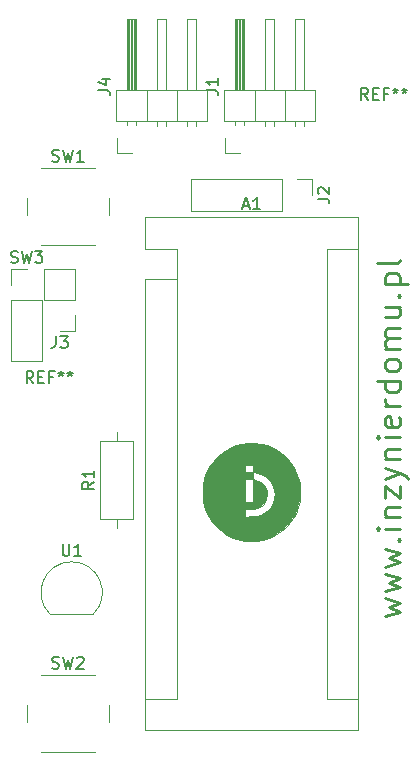
<source format=gbr>
G04 #@! TF.GenerationSoftware,KiCad,Pcbnew,(5.1.5)-3*
G04 #@! TF.CreationDate,2021-01-15T17:36:30+01:00*
G04 #@! TF.ProjectId,pHmeter,70486d65-7465-4722-9e6b-696361645f70,rev?*
G04 #@! TF.SameCoordinates,Original*
G04 #@! TF.FileFunction,Legend,Top*
G04 #@! TF.FilePolarity,Positive*
%FSLAX46Y46*%
G04 Gerber Fmt 4.6, Leading zero omitted, Abs format (unit mm)*
G04 Created by KiCad (PCBNEW (5.1.5)-3) date 2021-01-15 17:36:30*
%MOMM*%
%LPD*%
G04 APERTURE LIST*
%ADD10C,0.250000*%
%ADD11C,0.120000*%
%ADD12C,0.010000*%
%ADD13C,0.150000*%
G04 APERTURE END LIST*
D10*
X69675428Y-85199238D02*
X71008761Y-84818285D01*
X70056380Y-84437333D01*
X71008761Y-84056380D01*
X69675428Y-83675428D01*
X69675428Y-83104000D02*
X71008761Y-82723047D01*
X70056380Y-82342095D01*
X71008761Y-81961142D01*
X69675428Y-81580190D01*
X69675428Y-81008761D02*
X71008761Y-80627809D01*
X70056380Y-80246857D01*
X71008761Y-79865904D01*
X69675428Y-79484952D01*
X70818285Y-78723047D02*
X70913523Y-78627809D01*
X71008761Y-78723047D01*
X70913523Y-78818285D01*
X70818285Y-78723047D01*
X71008761Y-78723047D01*
X71008761Y-77770666D02*
X69675428Y-77770666D01*
X69008761Y-77770666D02*
X69104000Y-77865904D01*
X69199238Y-77770666D01*
X69104000Y-77675428D01*
X69008761Y-77770666D01*
X69199238Y-77770666D01*
X69675428Y-76818285D02*
X71008761Y-76818285D01*
X69865904Y-76818285D02*
X69770666Y-76723047D01*
X69675428Y-76532571D01*
X69675428Y-76246857D01*
X69770666Y-76056380D01*
X69961142Y-75961142D01*
X71008761Y-75961142D01*
X69675428Y-75199238D02*
X69675428Y-74151619D01*
X71008761Y-75199238D01*
X71008761Y-74151619D01*
X69675428Y-73580190D02*
X71008761Y-73104000D01*
X69675428Y-72627809D02*
X71008761Y-73104000D01*
X71484952Y-73294476D01*
X71580190Y-73389714D01*
X71675428Y-73580190D01*
X69675428Y-71865904D02*
X71008761Y-71865904D01*
X69865904Y-71865904D02*
X69770666Y-71770666D01*
X69675428Y-71580190D01*
X69675428Y-71294476D01*
X69770666Y-71104000D01*
X69961142Y-71008761D01*
X71008761Y-71008761D01*
X71008761Y-70056380D02*
X69675428Y-70056380D01*
X69008761Y-70056380D02*
X69104000Y-70151619D01*
X69199238Y-70056380D01*
X69104000Y-69961142D01*
X69008761Y-70056380D01*
X69199238Y-70056380D01*
X70913523Y-68342095D02*
X71008761Y-68532571D01*
X71008761Y-68913523D01*
X70913523Y-69104000D01*
X70723047Y-69199238D01*
X69961142Y-69199238D01*
X69770666Y-69104000D01*
X69675428Y-68913523D01*
X69675428Y-68532571D01*
X69770666Y-68342095D01*
X69961142Y-68246857D01*
X70151619Y-68246857D01*
X70342095Y-69199238D01*
X71008761Y-67389714D02*
X69675428Y-67389714D01*
X70056380Y-67389714D02*
X69865904Y-67294476D01*
X69770666Y-67199238D01*
X69675428Y-67008761D01*
X69675428Y-66818285D01*
X71008761Y-65294476D02*
X69008761Y-65294476D01*
X70913523Y-65294476D02*
X71008761Y-65484952D01*
X71008761Y-65865904D01*
X70913523Y-66056380D01*
X70818285Y-66151619D01*
X70627809Y-66246857D01*
X70056380Y-66246857D01*
X69865904Y-66151619D01*
X69770666Y-66056380D01*
X69675428Y-65865904D01*
X69675428Y-65484952D01*
X69770666Y-65294476D01*
X71008761Y-64056380D02*
X70913523Y-64246857D01*
X70818285Y-64342095D01*
X70627809Y-64437333D01*
X70056380Y-64437333D01*
X69865904Y-64342095D01*
X69770666Y-64246857D01*
X69675428Y-64056380D01*
X69675428Y-63770666D01*
X69770666Y-63580190D01*
X69865904Y-63484952D01*
X70056380Y-63389714D01*
X70627809Y-63389714D01*
X70818285Y-63484952D01*
X70913523Y-63580190D01*
X71008761Y-63770666D01*
X71008761Y-64056380D01*
X71008761Y-62532571D02*
X69675428Y-62532571D01*
X69865904Y-62532571D02*
X69770666Y-62437333D01*
X69675428Y-62246857D01*
X69675428Y-61961142D01*
X69770666Y-61770666D01*
X69961142Y-61675428D01*
X71008761Y-61675428D01*
X69961142Y-61675428D02*
X69770666Y-61580190D01*
X69675428Y-61389714D01*
X69675428Y-61104000D01*
X69770666Y-60913523D01*
X69961142Y-60818285D01*
X71008761Y-60818285D01*
X69675428Y-59008761D02*
X71008761Y-59008761D01*
X69675428Y-59865904D02*
X70723047Y-59865904D01*
X70913523Y-59770666D01*
X71008761Y-59580190D01*
X71008761Y-59294476D01*
X70913523Y-59104000D01*
X70818285Y-59008761D01*
X70818285Y-58056380D02*
X70913523Y-57961142D01*
X71008761Y-58056380D01*
X70913523Y-58151619D01*
X70818285Y-58056380D01*
X71008761Y-58056380D01*
X69675428Y-57104000D02*
X71675428Y-57104000D01*
X69770666Y-57104000D02*
X69675428Y-56913523D01*
X69675428Y-56532571D01*
X69770666Y-56342095D01*
X69865904Y-56246857D01*
X70056380Y-56151619D01*
X70627809Y-56151619D01*
X70818285Y-56246857D01*
X70913523Y-56342095D01*
X71008761Y-56532571D01*
X71008761Y-56913523D01*
X70913523Y-57104000D01*
X71008761Y-55008761D02*
X70913523Y-55199238D01*
X70723047Y-55294476D01*
X69008761Y-55294476D01*
D11*
X46990000Y-45974000D02*
X46990000Y-44704000D01*
X48260000Y-45974000D02*
X46990000Y-45974000D01*
X53720000Y-43661071D02*
X53720000Y-43264000D01*
X52960000Y-43661071D02*
X52960000Y-43264000D01*
X53720000Y-34604000D02*
X53720000Y-40604000D01*
X52960000Y-34604000D02*
X53720000Y-34604000D01*
X52960000Y-40604000D02*
X52960000Y-34604000D01*
X52070000Y-43264000D02*
X52070000Y-40604000D01*
X51180000Y-43661071D02*
X51180000Y-43264000D01*
X50420000Y-43661071D02*
X50420000Y-43264000D01*
X51180000Y-34604000D02*
X51180000Y-40604000D01*
X50420000Y-34604000D02*
X51180000Y-34604000D01*
X50420000Y-40604000D02*
X50420000Y-34604000D01*
X49530000Y-43264000D02*
X49530000Y-40604000D01*
X48640000Y-43594000D02*
X48640000Y-43264000D01*
X47880000Y-43594000D02*
X47880000Y-43264000D01*
X48540000Y-40604000D02*
X48540000Y-34604000D01*
X48420000Y-40604000D02*
X48420000Y-34604000D01*
X48300000Y-40604000D02*
X48300000Y-34604000D01*
X48180000Y-40604000D02*
X48180000Y-34604000D01*
X48060000Y-40604000D02*
X48060000Y-34604000D01*
X47940000Y-40604000D02*
X47940000Y-34604000D01*
X48640000Y-34604000D02*
X48640000Y-40604000D01*
X47880000Y-34604000D02*
X48640000Y-34604000D01*
X47880000Y-40604000D02*
X47880000Y-34604000D01*
X46930000Y-40604000D02*
X46930000Y-43264000D01*
X54670000Y-40604000D02*
X46930000Y-40604000D01*
X54670000Y-43264000D02*
X54670000Y-40604000D01*
X46930000Y-43264000D02*
X54670000Y-43264000D01*
D12*
G36*
X58702748Y-70534065D02*
G01*
X59024321Y-70573761D01*
X59358093Y-70634021D01*
X59677442Y-70709575D01*
X59955744Y-70795155D01*
X60099607Y-70852568D01*
X60530334Y-71085762D01*
X60945947Y-71382918D01*
X61331713Y-71729715D01*
X61672901Y-72111834D01*
X61954778Y-72514956D01*
X62111966Y-72808516D01*
X62293258Y-73236727D01*
X62421342Y-73633392D01*
X62504099Y-74025581D01*
X62534042Y-74257794D01*
X62552728Y-74840764D01*
X62491083Y-75416655D01*
X62351773Y-75975684D01*
X62137467Y-76508066D01*
X61850830Y-77004018D01*
X61744963Y-77152500D01*
X61348747Y-77614579D01*
X60906626Y-78006798D01*
X60423395Y-78327102D01*
X59903850Y-78573438D01*
X59352788Y-78743751D01*
X58775004Y-78835987D01*
X58175295Y-78848094D01*
X57848500Y-78821120D01*
X57537913Y-78763782D01*
X57193684Y-78665497D01*
X56839762Y-78535897D01*
X56500098Y-78384614D01*
X56198641Y-78221281D01*
X55973707Y-78067120D01*
X55495226Y-77646054D01*
X55099693Y-77210702D01*
X54786473Y-76760293D01*
X54595571Y-76390500D01*
X54499046Y-76126759D01*
X54412314Y-75806469D01*
X54340853Y-75457634D01*
X54290144Y-75108262D01*
X54265665Y-74786359D01*
X54264258Y-74697167D01*
X54300519Y-74150302D01*
X54401455Y-73617667D01*
X57869667Y-73617667D01*
X57869667Y-75522667D01*
X58504667Y-75522667D01*
X58504667Y-73617667D01*
X57869667Y-73617667D01*
X54401455Y-73617667D01*
X54403789Y-73605354D01*
X54568584Y-73081781D01*
X54789416Y-72599040D01*
X54912490Y-72390000D01*
X57869667Y-72390000D01*
X57869667Y-72982667D01*
X58504667Y-72982667D01*
X58504667Y-73610224D01*
X58684583Y-73640235D01*
X58994293Y-73731095D01*
X59255963Y-73888034D01*
X59463459Y-74103557D01*
X59610645Y-74370173D01*
X59691386Y-74680390D01*
X59705389Y-74886839D01*
X59671010Y-75220845D01*
X59568212Y-75505812D01*
X59398349Y-75740657D01*
X59162778Y-75924300D01*
X58862854Y-76055660D01*
X58499930Y-76133654D01*
X58113083Y-76157347D01*
X57869667Y-76157667D01*
X57869667Y-76758836D01*
X58409417Y-76741433D01*
X58654079Y-76731041D01*
X58836048Y-76715890D01*
X58977288Y-76692608D01*
X59099761Y-76657828D01*
X59195872Y-76620765D01*
X59460036Y-76480436D01*
X59719221Y-76290255D01*
X59943705Y-76074026D01*
X60056435Y-75931513D01*
X60225726Y-75612698D01*
X60327549Y-75259593D01*
X60361793Y-74889202D01*
X60328350Y-74518529D01*
X60227110Y-74164581D01*
X60069794Y-73861960D01*
X59829215Y-73559032D01*
X59550214Y-73323988D01*
X59223894Y-73151397D01*
X58841361Y-73035826D01*
X58663417Y-73003233D01*
X58504667Y-72978830D01*
X58504667Y-72390000D01*
X57869667Y-72390000D01*
X54912490Y-72390000D01*
X54916615Y-72382994D01*
X55031785Y-72227008D01*
X55196036Y-72035892D01*
X55392010Y-71827000D01*
X55602353Y-71617690D01*
X55809708Y-71425315D01*
X55996721Y-71267233D01*
X56126994Y-71172615D01*
X56572356Y-70931524D01*
X57068795Y-70740305D01*
X57594921Y-70605043D01*
X58129346Y-70531823D01*
X58420000Y-70520200D01*
X58702748Y-70534065D01*
G37*
X58702748Y-70534065D02*
X59024321Y-70573761D01*
X59358093Y-70634021D01*
X59677442Y-70709575D01*
X59955744Y-70795155D01*
X60099607Y-70852568D01*
X60530334Y-71085762D01*
X60945947Y-71382918D01*
X61331713Y-71729715D01*
X61672901Y-72111834D01*
X61954778Y-72514956D01*
X62111966Y-72808516D01*
X62293258Y-73236727D01*
X62421342Y-73633392D01*
X62504099Y-74025581D01*
X62534042Y-74257794D01*
X62552728Y-74840764D01*
X62491083Y-75416655D01*
X62351773Y-75975684D01*
X62137467Y-76508066D01*
X61850830Y-77004018D01*
X61744963Y-77152500D01*
X61348747Y-77614579D01*
X60906626Y-78006798D01*
X60423395Y-78327102D01*
X59903850Y-78573438D01*
X59352788Y-78743751D01*
X58775004Y-78835987D01*
X58175295Y-78848094D01*
X57848500Y-78821120D01*
X57537913Y-78763782D01*
X57193684Y-78665497D01*
X56839762Y-78535897D01*
X56500098Y-78384614D01*
X56198641Y-78221281D01*
X55973707Y-78067120D01*
X55495226Y-77646054D01*
X55099693Y-77210702D01*
X54786473Y-76760293D01*
X54595571Y-76390500D01*
X54499046Y-76126759D01*
X54412314Y-75806469D01*
X54340853Y-75457634D01*
X54290144Y-75108262D01*
X54265665Y-74786359D01*
X54264258Y-74697167D01*
X54300519Y-74150302D01*
X54401455Y-73617667D01*
X57869667Y-73617667D01*
X57869667Y-75522667D01*
X58504667Y-75522667D01*
X58504667Y-73617667D01*
X57869667Y-73617667D01*
X54401455Y-73617667D01*
X54403789Y-73605354D01*
X54568584Y-73081781D01*
X54789416Y-72599040D01*
X54912490Y-72390000D01*
X57869667Y-72390000D01*
X57869667Y-72982667D01*
X58504667Y-72982667D01*
X58504667Y-73610224D01*
X58684583Y-73640235D01*
X58994293Y-73731095D01*
X59255963Y-73888034D01*
X59463459Y-74103557D01*
X59610645Y-74370173D01*
X59691386Y-74680390D01*
X59705389Y-74886839D01*
X59671010Y-75220845D01*
X59568212Y-75505812D01*
X59398349Y-75740657D01*
X59162778Y-75924300D01*
X58862854Y-76055660D01*
X58499930Y-76133654D01*
X58113083Y-76157347D01*
X57869667Y-76157667D01*
X57869667Y-76758836D01*
X58409417Y-76741433D01*
X58654079Y-76731041D01*
X58836048Y-76715890D01*
X58977288Y-76692608D01*
X59099761Y-76657828D01*
X59195872Y-76620765D01*
X59460036Y-76480436D01*
X59719221Y-76290255D01*
X59943705Y-76074026D01*
X60056435Y-75931513D01*
X60225726Y-75612698D01*
X60327549Y-75259593D01*
X60361793Y-74889202D01*
X60328350Y-74518529D01*
X60227110Y-74164581D01*
X60069794Y-73861960D01*
X59829215Y-73559032D01*
X59550214Y-73323988D01*
X59223894Y-73151397D01*
X58841361Y-73035826D01*
X58663417Y-73003233D01*
X58504667Y-72978830D01*
X58504667Y-72390000D01*
X57869667Y-72390000D01*
X54912490Y-72390000D01*
X54916615Y-72382994D01*
X55031785Y-72227008D01*
X55196036Y-72035892D01*
X55392010Y-71827000D01*
X55602353Y-71617690D01*
X55809708Y-71425315D01*
X55996721Y-71267233D01*
X56126994Y-71172615D01*
X56572356Y-70931524D01*
X57068795Y-70740305D01*
X57594921Y-70605043D01*
X58129346Y-70531823D01*
X58420000Y-70520200D01*
X58702748Y-70534065D01*
D11*
X43494000Y-61020000D02*
X42164000Y-61020000D01*
X43494000Y-59690000D02*
X43494000Y-61020000D01*
X43494000Y-58420000D02*
X40834000Y-58420000D01*
X40834000Y-58420000D02*
X40834000Y-55820000D01*
X43494000Y-58420000D02*
X43494000Y-55820000D01*
X43494000Y-55820000D02*
X40834000Y-55820000D01*
X46374000Y-51260000D02*
X46374000Y-49760000D01*
X45124000Y-47260000D02*
X40624000Y-47260000D01*
X39374000Y-49760000D02*
X39374000Y-51260000D01*
X40624000Y-53760000D02*
X45124000Y-53760000D01*
X63560000Y-48200000D02*
X63560000Y-49530000D01*
X62230000Y-48200000D02*
X63560000Y-48200000D01*
X60960000Y-48200000D02*
X60960000Y-50860000D01*
X60960000Y-50860000D02*
X53280000Y-50860000D01*
X60960000Y-48200000D02*
X53280000Y-48200000D01*
X53280000Y-48200000D02*
X53280000Y-50860000D01*
X38040000Y-55820000D02*
X39370000Y-55820000D01*
X38040000Y-57150000D02*
X38040000Y-55820000D01*
X38040000Y-58420000D02*
X40700000Y-58420000D01*
X40700000Y-58420000D02*
X40700000Y-63560000D01*
X38040000Y-58420000D02*
X38040000Y-63560000D01*
X38040000Y-63560000D02*
X40700000Y-63560000D01*
X56134000Y-45974000D02*
X56134000Y-44704000D01*
X57404000Y-45974000D02*
X56134000Y-45974000D01*
X62864000Y-43661071D02*
X62864000Y-43264000D01*
X62104000Y-43661071D02*
X62104000Y-43264000D01*
X62864000Y-34604000D02*
X62864000Y-40604000D01*
X62104000Y-34604000D02*
X62864000Y-34604000D01*
X62104000Y-40604000D02*
X62104000Y-34604000D01*
X61214000Y-43264000D02*
X61214000Y-40604000D01*
X60324000Y-43661071D02*
X60324000Y-43264000D01*
X59564000Y-43661071D02*
X59564000Y-43264000D01*
X60324000Y-34604000D02*
X60324000Y-40604000D01*
X59564000Y-34604000D02*
X60324000Y-34604000D01*
X59564000Y-40604000D02*
X59564000Y-34604000D01*
X58674000Y-43264000D02*
X58674000Y-40604000D01*
X57784000Y-43594000D02*
X57784000Y-43264000D01*
X57024000Y-43594000D02*
X57024000Y-43264000D01*
X57684000Y-40604000D02*
X57684000Y-34604000D01*
X57564000Y-40604000D02*
X57564000Y-34604000D01*
X57444000Y-40604000D02*
X57444000Y-34604000D01*
X57324000Y-40604000D02*
X57324000Y-34604000D01*
X57204000Y-40604000D02*
X57204000Y-34604000D01*
X57084000Y-40604000D02*
X57084000Y-34604000D01*
X57784000Y-34604000D02*
X57784000Y-40604000D01*
X57024000Y-34604000D02*
X57784000Y-34604000D01*
X57024000Y-40604000D02*
X57024000Y-34604000D01*
X56074000Y-40604000D02*
X56074000Y-43264000D01*
X63814000Y-40604000D02*
X56074000Y-40604000D01*
X63814000Y-43264000D02*
X63814000Y-40604000D01*
X56074000Y-43264000D02*
X63814000Y-43264000D01*
X45018478Y-85023478D02*
G75*
G03X43180000Y-80585000I-1838478J1838478D01*
G01*
X41341522Y-85023478D02*
G75*
G02X43180000Y-80585000I1838478J1838478D01*
G01*
X41380000Y-85035000D02*
X44980000Y-85035000D01*
X46990000Y-69620000D02*
X46990000Y-70390000D01*
X46990000Y-77700000D02*
X46990000Y-76930000D01*
X45620000Y-70390000D02*
X45620000Y-76930000D01*
X48360000Y-70390000D02*
X45620000Y-70390000D01*
X48360000Y-76930000D02*
X48360000Y-70390000D01*
X45620000Y-76930000D02*
X48360000Y-76930000D01*
X46374000Y-94186000D02*
X46374000Y-92686000D01*
X45124000Y-90186000D02*
X40624000Y-90186000D01*
X39374000Y-92686000D02*
X39374000Y-94186000D01*
X40624000Y-96686000D02*
X45124000Y-96686000D01*
X67440000Y-51432000D02*
X49400000Y-51432000D01*
X67440000Y-94872000D02*
X67440000Y-51432000D01*
X49400000Y-94872000D02*
X67440000Y-94872000D01*
X52070000Y-92202000D02*
X49400000Y-92202000D01*
X52070000Y-56642000D02*
X52070000Y-92202000D01*
X52070000Y-56642000D02*
X49400000Y-56642000D01*
X64770000Y-92202000D02*
X67440000Y-92202000D01*
X64770000Y-54102000D02*
X64770000Y-92202000D01*
X64770000Y-54102000D02*
X67440000Y-54102000D01*
X49400000Y-51432000D02*
X49400000Y-54102000D01*
X49400000Y-56642000D02*
X49400000Y-94872000D01*
X52070000Y-54102000D02*
X49400000Y-54102000D01*
X52070000Y-56642000D02*
X52070000Y-54102000D01*
D13*
X45442380Y-40652333D02*
X46156666Y-40652333D01*
X46299523Y-40699952D01*
X46394761Y-40795190D01*
X46442380Y-40938047D01*
X46442380Y-41033285D01*
X45775714Y-39747571D02*
X46442380Y-39747571D01*
X45394761Y-39985666D02*
X46109047Y-40223761D01*
X46109047Y-39604714D01*
X39941666Y-65467380D02*
X39608333Y-64991190D01*
X39370238Y-65467380D02*
X39370238Y-64467380D01*
X39751190Y-64467380D01*
X39846428Y-64515000D01*
X39894047Y-64562619D01*
X39941666Y-64657857D01*
X39941666Y-64800714D01*
X39894047Y-64895952D01*
X39846428Y-64943571D01*
X39751190Y-64991190D01*
X39370238Y-64991190D01*
X40370238Y-64943571D02*
X40703571Y-64943571D01*
X40846428Y-65467380D02*
X40370238Y-65467380D01*
X40370238Y-64467380D01*
X40846428Y-64467380D01*
X41608333Y-64943571D02*
X41275000Y-64943571D01*
X41275000Y-65467380D02*
X41275000Y-64467380D01*
X41751190Y-64467380D01*
X42275000Y-64467380D02*
X42275000Y-64705476D01*
X42036904Y-64610238D02*
X42275000Y-64705476D01*
X42513095Y-64610238D01*
X42132142Y-64895952D02*
X42275000Y-64705476D01*
X42417857Y-64895952D01*
X43036904Y-64467380D02*
X43036904Y-64705476D01*
X42798809Y-64610238D02*
X43036904Y-64705476D01*
X43275000Y-64610238D01*
X42894047Y-64895952D02*
X43036904Y-64705476D01*
X43179761Y-64895952D01*
X68262666Y-41464380D02*
X67929333Y-40988190D01*
X67691238Y-41464380D02*
X67691238Y-40464380D01*
X68072190Y-40464380D01*
X68167428Y-40512000D01*
X68215047Y-40559619D01*
X68262666Y-40654857D01*
X68262666Y-40797714D01*
X68215047Y-40892952D01*
X68167428Y-40940571D01*
X68072190Y-40988190D01*
X67691238Y-40988190D01*
X68691238Y-40940571D02*
X69024571Y-40940571D01*
X69167428Y-41464380D02*
X68691238Y-41464380D01*
X68691238Y-40464380D01*
X69167428Y-40464380D01*
X69929333Y-40940571D02*
X69596000Y-40940571D01*
X69596000Y-41464380D02*
X69596000Y-40464380D01*
X70072190Y-40464380D01*
X70596000Y-40464380D02*
X70596000Y-40702476D01*
X70357904Y-40607238D02*
X70596000Y-40702476D01*
X70834095Y-40607238D01*
X70453142Y-40892952D02*
X70596000Y-40702476D01*
X70738857Y-40892952D01*
X71357904Y-40464380D02*
X71357904Y-40702476D01*
X71119809Y-40607238D02*
X71357904Y-40702476D01*
X71596000Y-40607238D01*
X71215047Y-40892952D02*
X71357904Y-40702476D01*
X71500761Y-40892952D01*
X41830666Y-61472380D02*
X41830666Y-62186666D01*
X41783047Y-62329523D01*
X41687809Y-62424761D01*
X41544952Y-62472380D01*
X41449714Y-62472380D01*
X42211619Y-61472380D02*
X42830666Y-61472380D01*
X42497333Y-61853333D01*
X42640190Y-61853333D01*
X42735428Y-61900952D01*
X42783047Y-61948571D01*
X42830666Y-62043809D01*
X42830666Y-62281904D01*
X42783047Y-62377142D01*
X42735428Y-62424761D01*
X42640190Y-62472380D01*
X42354476Y-62472380D01*
X42259238Y-62424761D01*
X42211619Y-62377142D01*
X41540666Y-46664761D02*
X41683523Y-46712380D01*
X41921619Y-46712380D01*
X42016857Y-46664761D01*
X42064476Y-46617142D01*
X42112095Y-46521904D01*
X42112095Y-46426666D01*
X42064476Y-46331428D01*
X42016857Y-46283809D01*
X41921619Y-46236190D01*
X41731142Y-46188571D01*
X41635904Y-46140952D01*
X41588285Y-46093333D01*
X41540666Y-45998095D01*
X41540666Y-45902857D01*
X41588285Y-45807619D01*
X41635904Y-45760000D01*
X41731142Y-45712380D01*
X41969238Y-45712380D01*
X42112095Y-45760000D01*
X42445428Y-45712380D02*
X42683523Y-46712380D01*
X42874000Y-45998095D01*
X43064476Y-46712380D01*
X43302571Y-45712380D01*
X44207333Y-46712380D02*
X43635904Y-46712380D01*
X43921619Y-46712380D02*
X43921619Y-45712380D01*
X43826380Y-45855238D01*
X43731142Y-45950476D01*
X43635904Y-45998095D01*
X64012380Y-49863333D02*
X64726666Y-49863333D01*
X64869523Y-49910952D01*
X64964761Y-50006190D01*
X65012380Y-50149047D01*
X65012380Y-50244285D01*
X64107619Y-49434761D02*
X64060000Y-49387142D01*
X64012380Y-49291904D01*
X64012380Y-49053809D01*
X64060000Y-48958571D01*
X64107619Y-48910952D01*
X64202857Y-48863333D01*
X64298095Y-48863333D01*
X64440952Y-48910952D01*
X65012380Y-49482380D01*
X65012380Y-48863333D01*
X38036666Y-55224761D02*
X38179523Y-55272380D01*
X38417619Y-55272380D01*
X38512857Y-55224761D01*
X38560476Y-55177142D01*
X38608095Y-55081904D01*
X38608095Y-54986666D01*
X38560476Y-54891428D01*
X38512857Y-54843809D01*
X38417619Y-54796190D01*
X38227142Y-54748571D01*
X38131904Y-54700952D01*
X38084285Y-54653333D01*
X38036666Y-54558095D01*
X38036666Y-54462857D01*
X38084285Y-54367619D01*
X38131904Y-54320000D01*
X38227142Y-54272380D01*
X38465238Y-54272380D01*
X38608095Y-54320000D01*
X38941428Y-54272380D02*
X39179523Y-55272380D01*
X39370000Y-54558095D01*
X39560476Y-55272380D01*
X39798571Y-54272380D01*
X40084285Y-54272380D02*
X40703333Y-54272380D01*
X40370000Y-54653333D01*
X40512857Y-54653333D01*
X40608095Y-54700952D01*
X40655714Y-54748571D01*
X40703333Y-54843809D01*
X40703333Y-55081904D01*
X40655714Y-55177142D01*
X40608095Y-55224761D01*
X40512857Y-55272380D01*
X40227142Y-55272380D01*
X40131904Y-55224761D01*
X40084285Y-55177142D01*
X54586380Y-40652333D02*
X55300666Y-40652333D01*
X55443523Y-40699952D01*
X55538761Y-40795190D01*
X55586380Y-40938047D01*
X55586380Y-41033285D01*
X55586380Y-39652333D02*
X55586380Y-40223761D01*
X55586380Y-39938047D02*
X54586380Y-39938047D01*
X54729238Y-40033285D01*
X54824476Y-40128523D01*
X54872095Y-40223761D01*
X42418095Y-79077380D02*
X42418095Y-79886904D01*
X42465714Y-79982142D01*
X42513333Y-80029761D01*
X42608571Y-80077380D01*
X42799047Y-80077380D01*
X42894285Y-80029761D01*
X42941904Y-79982142D01*
X42989523Y-79886904D01*
X42989523Y-79077380D01*
X43989523Y-80077380D02*
X43418095Y-80077380D01*
X43703809Y-80077380D02*
X43703809Y-79077380D01*
X43608571Y-79220238D01*
X43513333Y-79315476D01*
X43418095Y-79363095D01*
X45072380Y-73826666D02*
X44596190Y-74160000D01*
X45072380Y-74398095D02*
X44072380Y-74398095D01*
X44072380Y-74017142D01*
X44120000Y-73921904D01*
X44167619Y-73874285D01*
X44262857Y-73826666D01*
X44405714Y-73826666D01*
X44500952Y-73874285D01*
X44548571Y-73921904D01*
X44596190Y-74017142D01*
X44596190Y-74398095D01*
X45072380Y-72874285D02*
X45072380Y-73445714D01*
X45072380Y-73160000D02*
X44072380Y-73160000D01*
X44215238Y-73255238D01*
X44310476Y-73350476D01*
X44358095Y-73445714D01*
X41540666Y-89590761D02*
X41683523Y-89638380D01*
X41921619Y-89638380D01*
X42016857Y-89590761D01*
X42064476Y-89543142D01*
X42112095Y-89447904D01*
X42112095Y-89352666D01*
X42064476Y-89257428D01*
X42016857Y-89209809D01*
X41921619Y-89162190D01*
X41731142Y-89114571D01*
X41635904Y-89066952D01*
X41588285Y-89019333D01*
X41540666Y-88924095D01*
X41540666Y-88828857D01*
X41588285Y-88733619D01*
X41635904Y-88686000D01*
X41731142Y-88638380D01*
X41969238Y-88638380D01*
X42112095Y-88686000D01*
X42445428Y-88638380D02*
X42683523Y-89638380D01*
X42874000Y-88924095D01*
X43064476Y-89638380D01*
X43302571Y-88638380D01*
X43635904Y-88733619D02*
X43683523Y-88686000D01*
X43778761Y-88638380D01*
X44016857Y-88638380D01*
X44112095Y-88686000D01*
X44159714Y-88733619D01*
X44207333Y-88828857D01*
X44207333Y-88924095D01*
X44159714Y-89066952D01*
X43588285Y-89638380D01*
X44207333Y-89638380D01*
X57705714Y-50458666D02*
X58181904Y-50458666D01*
X57610476Y-50744380D02*
X57943809Y-49744380D01*
X58277142Y-50744380D01*
X59134285Y-50744380D02*
X58562857Y-50744380D01*
X58848571Y-50744380D02*
X58848571Y-49744380D01*
X58753333Y-49887238D01*
X58658095Y-49982476D01*
X58562857Y-50030095D01*
M02*

</source>
